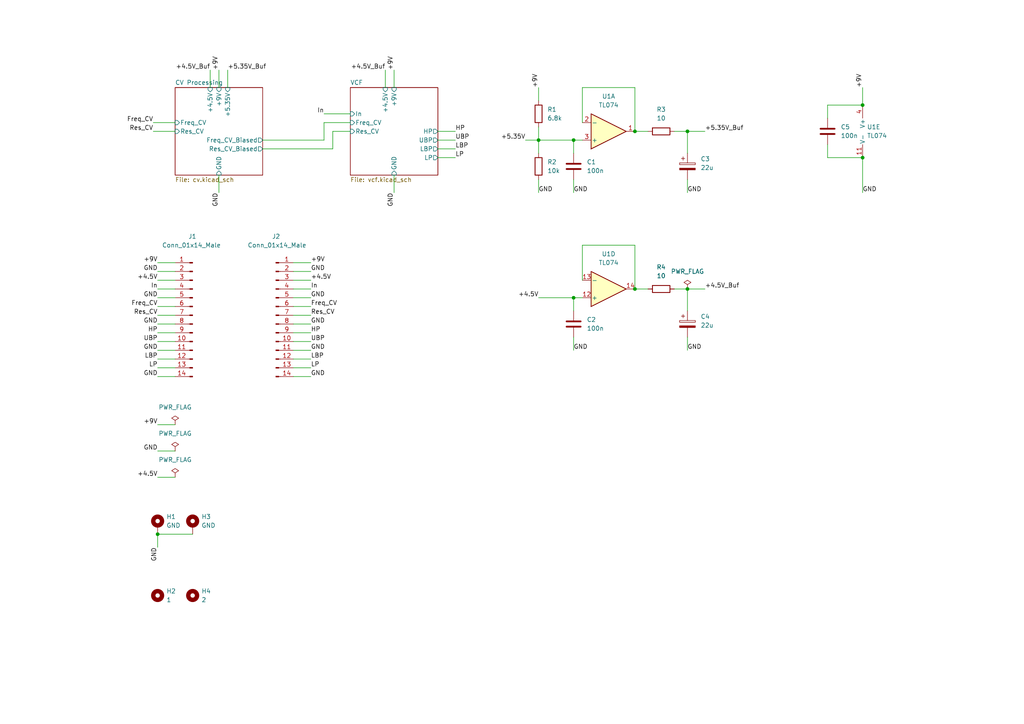
<source format=kicad_sch>
(kicad_sch (version 20211123) (generator eeschema)
  (paper "A4")
  (lib_symbols
    (symbol "Amplifier_Operational:TL074" (pin_names (offset 0.127))
      (property "Reference" "U" (at 0 5.08 0))
      (property "Value" "TL074" (at 0 -5.08 0))
      (symbol "TL074_1_1"
        (polyline (pts (xy -5.08 5.08) (xy 5.08 0) (xy -5.08 -5.08) (xy -5.08 5.08)) (stroke (width 0.254)) (fill (type background)))
        (pin output line (at 7.62 0 180) (length 2.54) (name "~") (number "1"))
        (pin input line (at -7.62 -2.54 0) (length 2.54) (name "-") (number "2"))
        (pin input line (at -7.62 2.54 0) (length 2.54) (name "+") (number "3"))
      )
      (symbol "TL074_2_1"
        (polyline (pts (xy -5.08 5.08) (xy 5.08 0) (xy -5.08 -5.08) (xy -5.08 5.08)) (stroke (width 0.254)) (fill (type background)))
        (pin input line (at -7.62 2.54 0) (length 2.54) (name "+") (number "5"))
        (pin input line (at -7.62 -2.54 0) (length 2.54) (name "-") (number "6"))
        (pin output line (at 7.62 0 180) (length 2.54) (name "~") (number "7"))
      )
      (symbol "TL074_3_1"
        (polyline (pts (xy -5.08 5.08) (xy 5.08 0) (xy -5.08 -5.08) (xy -5.08 5.08)) (stroke (width 0.254)) (fill (type background)))
        (pin input line (at -7.62 2.54 0) (length 2.54) (name "+") (number "10"))
        (pin output line (at 7.62 0 180) (length 2.54) (name "~") (number "8"))
        (pin input line (at -7.62 -2.54 0) (length 2.54) (name "-") (number "9"))
      )
      (symbol "TL074_4_1"
        (polyline (pts (xy -5.08 5.08) (xy 5.08 0) (xy -5.08 -5.08) (xy -5.08 5.08)) (stroke (width 0.254)) (fill (type background)))
        (pin input line (at -7.62 2.54 0) (length 2.54) (name "+") (number "12"))
        (pin input line (at -7.62 -2.54 0) (length 2.54) (name "-") (number "13"))
        (pin output line (at 7.62 0 180) (length 2.54) (name "~") (number "14"))
      )
      (symbol "TL074_5_1"
        (pin power_in line (at -2.54 -7.62 90) (length 3.81) (name "V-") (number "11"))
        (pin power_in line (at -2.54 7.62 270) (length 3.81) (name "V+") (number "4"))
      )
    )
    (symbol "Connector:Conn_01x14_Male" (pin_names (offset 1.016) hide)
      (property "Reference" "J" (at 0 17.78 0))
      (property "Value" "Conn_01x14_Male" (at 0 -20.32 0))
      (symbol "Conn_01x14_Male_1_1"
        (polyline (pts (xy 1.27 -17.78) (xy 0.8636 -17.78)) (stroke (width 0.1524)))
        (polyline (pts (xy 1.27 -15.24) (xy 0.8636 -15.24)) (stroke (width 0.1524)))
        (polyline (pts (xy 1.27 -12.7) (xy 0.8636 -12.7)) (stroke (width 0.1524)))
        (polyline (pts (xy 1.27 -10.16) (xy 0.8636 -10.16)) (stroke (width 0.1524)))
        (polyline (pts (xy 1.27 -7.62) (xy 0.8636 -7.62)) (stroke (width 0.1524)))
        (polyline (pts (xy 1.27 -5.08) (xy 0.8636 -5.08)) (stroke (width 0.1524)))
        (polyline (pts (xy 1.27 -2.54) (xy 0.8636 -2.54)) (stroke (width 0.1524)))
        (polyline (pts (xy 1.27 0) (xy 0.8636 0)) (stroke (width 0.1524)))
        (polyline (pts (xy 1.27 2.54) (xy 0.8636 2.54)) (stroke (width 0.1524)))
        (polyline (pts (xy 1.27 5.08) (xy 0.8636 5.08)) (stroke (width 0.1524)))
        (polyline (pts (xy 1.27 7.62) (xy 0.8636 7.62)) (stroke (width 0.1524)))
        (polyline (pts (xy 1.27 10.16) (xy 0.8636 10.16)) (stroke (width 0.1524)))
        (polyline (pts (xy 1.27 12.7) (xy 0.8636 12.7)) (stroke (width 0.1524)))
        (polyline (pts (xy 1.27 15.24) (xy 0.8636 15.24)) (stroke (width 0.1524)))
        (rectangle (start 0.8636 -17.653) (end 0 -17.907) (stroke (width 0.1524)) (fill (type outline)))
        (rectangle (start 0.8636 -15.113) (end 0 -15.367) (stroke (width 0.1524)) (fill (type outline)))
        (rectangle (start 0.8636 -12.573) (end 0 -12.827) (stroke (width 0.1524)) (fill (type outline)))
        (rectangle (start 0.8636 -10.033) (end 0 -10.287) (stroke (width 0.1524)) (fill (type outline)))
        (rectangle (start 0.8636 -7.493) (end 0 -7.747) (stroke (width 0.1524)) (fill (type outline)))
        (rectangle (start 0.8636 -4.953) (end 0 -5.207) (stroke (width 0.1524)) (fill (type outline)))
        (rectangle (start 0.8636 -2.413) (end 0 -2.667) (stroke (width 0.1524)) (fill (type outline)))
        (rectangle (start 0.8636 0.127) (end 0 -0.127) (stroke (width 0.1524)) (fill (type outline)))
        (rectangle (start 0.8636 2.667) (end 0 2.413) (stroke (width 0.1524)) (fill (type outline)))
        (rectangle (start 0.8636 5.207) (end 0 4.953) (stroke (width 0.1524)) (fill (type outline)))
        (rectangle (start 0.8636 7.747) (end 0 7.493) (stroke (width 0.1524)) (fill (type outline)))
        (rectangle (start 0.8636 10.287) (end 0 10.033) (stroke (width 0.1524)) (fill (type outline)))
        (rectangle (start 0.8636 12.827) (end 0 12.573) (stroke (width 0.1524)) (fill (type outline)))
        (rectangle (start 0.8636 15.367) (end 0 15.113) (stroke (width 0.1524)) (fill (type outline)))
        (pin passive line (at 5.08 15.24 180) (length 3.81) (name "Pin_1") (number "1"))
        (pin passive line (at 5.08 -7.62 180) (length 3.81) (name "Pin_10") (number "10"))
        (pin passive line (at 5.08 -10.16 180) (length 3.81) (name "Pin_11") (number "11"))
        (pin passive line (at 5.08 -12.7 180) (length 3.81) (name "Pin_12") (number "12"))
        (pin passive line (at 5.08 -15.24 180) (length 3.81) (name "Pin_13") (number "13"))
        (pin passive line (at 5.08 -17.78 180) (length 3.81) (name "Pin_14") (number "14"))
        (pin passive line (at 5.08 12.7 180) (length 3.81) (name "Pin_2") (number "2"))
        (pin passive line (at 5.08 10.16 180) (length 3.81) (name "Pin_3") (number "3"))
        (pin passive line (at 5.08 7.62 180) (length 3.81) (name "Pin_4") (number "4"))
        (pin passive line (at 5.08 5.08 180) (length 3.81) (name "Pin_5") (number "5"))
        (pin passive line (at 5.08 2.54 180) (length 3.81) (name "Pin_6") (number "6"))
        (pin passive line (at 5.08 0 180) (length 3.81) (name "Pin_7") (number "7"))
        (pin passive line (at 5.08 -2.54 180) (length 3.81) (name "Pin_8") (number "8"))
        (pin passive line (at 5.08 -5.08 180) (length 3.81) (name "Pin_9") (number "9"))
      )
    )
    (symbol "Device:C" (pin_numbers hide) (pin_names (offset 0.254))
      (property "Reference" "C" (at 0.635 2.54 0))
      (property "Value" "C" (at 0.635 -2.54 0))
      (symbol "C_0_1"
        (polyline (pts (xy -2.032 -0.762) (xy 2.032 -0.762)) (stroke (width 0.508)))
        (polyline (pts (xy -2.032 0.762) (xy 2.032 0.762)) (stroke (width 0.508)))
      )
      (symbol "C_1_1"
        (pin passive line (at 0 3.81 270) (length 2.794) (name "~") (number "1"))
        (pin passive line (at 0 -3.81 90) (length 2.794) (name "~") (number "2"))
      )
    )
    (symbol "Device:C_Polarized" (pin_numbers hide) (pin_names (offset 0.254))
      (property "Reference" "C" (at 0.635 2.54 0))
      (property "Value" "C_Polarized" (at 0.635 -2.54 0))
      (symbol "C_Polarized_0_1"
        (rectangle (start -2.286 0.508) (end 2.286 1.016))
        (polyline (pts (xy -1.778 2.286) (xy -0.762 2.286)))
        (polyline (pts (xy -1.27 2.794) (xy -1.27 1.778)))
        (rectangle (start 2.286 -0.508) (end -2.286 -1.016) (fill (type outline)))
      )
      (symbol "C_Polarized_1_1"
        (pin passive line (at 0 3.81 270) (length 2.794) (name "~") (number "1"))
        (pin passive line (at 0 -3.81 90) (length 2.794) (name "~") (number "2"))
      )
    )
    (symbol "Device:R" (pin_numbers hide) (pin_names (offset 0))
      (property "Reference" "R" (at 2.032 0 90))
      (property "Value" "R" (at 0 0 90))
      (symbol "R_0_1"
        (rectangle (start -1.016 -2.54) (end 1.016 2.54) (stroke (width 0.254)))
      )
      (symbol "R_1_1"
        (pin passive line (at 0 3.81 270) (length 1.27) (name "~") (number "1"))
        (pin passive line (at 0 -3.81 90) (length 1.27) (name "~") (number "2"))
      )
    )
    (symbol "Mechanical:MountingHole" (pin_names (offset 1.016))
      (property "Reference" "H" (at 0 5.08 0))
      (property "Value" "MountingHole" (at 0 3.175 0))
      (symbol "MountingHole_0_1"
        (circle (center 0 0) (radius 1.27) (stroke (width 1.27)))
      )
    )
    (symbol "Mechanical:MountingHole_Pad" (pin_numbers hide) (pin_names (offset 1.016) hide)
      (property "Reference" "H" (at 0 6.35 0))
      (property "Value" "MountingHole_Pad" (at 0 4.445 0))
      (symbol "MountingHole_Pad_0_1"
        (circle (center 0 1.27) (radius 1.27) (stroke (width 1.27)))
      )
      (symbol "MountingHole_Pad_1_1"
        (pin input line (at 0 -2.54 90) (length 2.54) (name "1") (number "1"))
      )
    )
    (symbol "power:PWR_FLAG" (power) (pin_numbers hide) (pin_names (offset 0) hide)
      (property "Value" "PWR_FLAG" (at 0 3.81 0))
      (symbol "PWR_FLAG_0_0"
        (pin power_out line (at 0 0 90) (length 0) (name "pwr") (number "1"))
      )
      (symbol "PWR_FLAG_0_1"
        (polyline (pts (xy 0 0) (xy 0 1.27) (xy -1.016 1.905) (xy 0 2.54) (xy 1.016 1.905) (xy 0 1.27)))
      )
    )
  )
  (junction (at 199.39 38.1))
  (junction (at 184.15 38.1))
  (junction (at 184.15 83.82))
  (junction (at 166.37 40.64))
  (junction (at 250.19 45.72))
  (junction (at 199.39 83.82))
  (junction (at 156.21 40.64))
  (junction (at 166.37 86.36))
  (junction (at 250.19 30.48))
  (junction (at 45.72 154.94))
  (wire (pts (xy 45.72 154.94) (xy 55.88 154.94)))
  (wire (pts (xy 127 45.72) (xy 132.08 45.72)))
  (wire (pts (xy 45.72 154.94) (xy 45.72 158.75)))
  (wire (pts (xy 156.21 40.64) (xy 156.21 44.45)))
  (wire (pts (xy 93.98 33.02) (xy 101.6 33.02)))
  (wire (pts (xy 76.2 40.64) (xy 93.98 40.64)))
  (wire (pts (xy 168.91 35.56) (xy 168.91 25.4)))
  (wire (pts (xy 199.39 52.07) (xy 199.39 55.88)))
  (wire (pts (xy 90.17 76.2) (xy 85.09 76.2)))
  (wire (pts (xy 45.72 91.44) (xy 50.8 91.44)))
  (wire (pts (xy 166.37 40.64) (xy 168.91 40.64)))
  (wire (pts (xy 156.21 40.64) (xy 166.37 40.64)))
  (wire (pts (xy 90.17 104.14) (xy 85.09 104.14)))
  (wire (pts (xy 63.5 20.32) (xy 63.5 25.4)))
  (wire (pts (xy 45.72 138.43) (xy 50.8 138.43)))
  (wire (pts (xy 45.72 130.81) (xy 50.8 130.81)))
  (wire (pts (xy 45.72 81.28) (xy 50.8 81.28)))
  (wire (pts (xy 45.72 106.68) (xy 50.8 106.68)))
  (wire (pts (xy 184.15 25.4) (xy 184.15 38.1)))
  (wire (pts (xy 166.37 52.07) (xy 166.37 55.88)))
  (wire (pts (xy 96.52 43.18) (xy 96.52 38.1)))
  (wire (pts (xy 45.72 96.52) (xy 50.8 96.52)))
  (wire (pts (xy 199.39 83.82) (xy 199.39 90.17)))
  (wire (pts (xy 45.72 104.14) (xy 50.8 104.14)))
  (wire (pts (xy 90.17 101.6) (xy 85.09 101.6)))
  (wire (pts (xy 156.21 25.4) (xy 156.21 29.21)))
  (wire (pts (xy 44.45 35.56) (xy 50.8 35.56)))
  (wire (pts (xy 199.39 38.1) (xy 204.47 38.1)))
  (wire (pts (xy 184.15 38.1) (xy 187.96 38.1)))
  (wire (pts (xy 195.58 38.1) (xy 199.39 38.1)))
  (wire (pts (xy 45.72 88.9) (xy 50.8 88.9)))
  (wire (pts (xy 127 40.64) (xy 132.08 40.64)))
  (wire (pts (xy 240.03 45.72) (xy 250.19 45.72)))
  (wire (pts (xy 90.17 96.52) (xy 85.09 96.52)))
  (wire (pts (xy 90.17 88.9) (xy 85.09 88.9)))
  (wire (pts (xy 90.17 91.44) (xy 85.09 91.44)))
  (wire (pts (xy 45.72 76.2) (xy 50.8 76.2)))
  (wire (pts (xy 127 38.1) (xy 132.08 38.1)))
  (wire (pts (xy 240.03 30.48) (xy 240.03 34.29)))
  (wire (pts (xy 127 43.18) (xy 132.08 43.18)))
  (wire (pts (xy 168.91 25.4) (xy 184.15 25.4)))
  (wire (pts (xy 156.21 36.83) (xy 156.21 40.64)))
  (wire (pts (xy 45.72 78.74) (xy 50.8 78.74)))
  (wire (pts (xy 90.17 78.74) (xy 85.09 78.74)))
  (wire (pts (xy 90.17 109.22) (xy 85.09 109.22)))
  (wire (pts (xy 45.72 83.82) (xy 50.8 83.82)))
  (wire (pts (xy 184.15 83.82) (xy 187.96 83.82)))
  (wire (pts (xy 45.72 99.06) (xy 50.8 99.06)))
  (wire (pts (xy 166.37 40.64) (xy 166.37 44.45)))
  (wire (pts (xy 93.98 35.56) (xy 101.6 35.56)))
  (wire (pts (xy 96.52 38.1) (xy 101.6 38.1)))
  (wire (pts (xy 45.72 93.98) (xy 50.8 93.98)))
  (wire (pts (xy 114.3 20.32) (xy 114.3 25.4)))
  (wire (pts (xy 156.21 52.07) (xy 156.21 55.88)))
  (wire (pts (xy 45.72 109.22) (xy 50.8 109.22)))
  (wire (pts (xy 184.15 71.12) (xy 184.15 83.82)))
  (wire (pts (xy 60.96 20.32) (xy 60.96 25.4)))
  (wire (pts (xy 168.91 71.12) (xy 184.15 71.12)))
  (wire (pts (xy 166.37 86.36) (xy 166.37 90.17)))
  (wire (pts (xy 44.45 38.1) (xy 50.8 38.1)))
  (wire (pts (xy 90.17 81.28) (xy 85.09 81.28)))
  (wire (pts (xy 93.98 40.64) (xy 93.98 35.56)))
  (wire (pts (xy 250.19 30.48) (xy 240.03 30.48)))
  (wire (pts (xy 90.17 106.68) (xy 85.09 106.68)))
  (wire (pts (xy 45.72 101.6) (xy 50.8 101.6)))
  (wire (pts (xy 199.39 38.1) (xy 199.39 44.45)))
  (wire (pts (xy 199.39 83.82) (xy 204.47 83.82)))
  (wire (pts (xy 66.04 20.32) (xy 66.04 25.4)))
  (wire (pts (xy 240.03 41.91) (xy 240.03 45.72)))
  (wire (pts (xy 250.19 45.72) (xy 250.19 55.88)))
  (wire (pts (xy 45.72 86.36) (xy 50.8 86.36)))
  (wire (pts (xy 166.37 97.79) (xy 166.37 101.6)))
  (wire (pts (xy 156.21 86.36) (xy 166.37 86.36)))
  (wire (pts (xy 166.37 86.36) (xy 168.91 86.36)))
  (wire (pts (xy 195.58 83.82) (xy 199.39 83.82)))
  (wire (pts (xy 199.39 97.79) (xy 199.39 101.6)))
  (wire (pts (xy 76.2 43.18) (xy 96.52 43.18)))
  (wire (pts (xy 111.76 20.32) (xy 111.76 25.4)))
  (wire (pts (xy 90.17 83.82) (xy 85.09 83.82)))
  (wire (pts (xy 90.17 99.06) (xy 85.09 99.06)))
  (wire (pts (xy 168.91 81.28) (xy 168.91 71.12)))
  (wire (pts (xy 152.4 40.64) (xy 156.21 40.64)))
  (wire (pts (xy 90.17 86.36) (xy 85.09 86.36)))
  (wire (pts (xy 45.72 123.19) (xy 50.8 123.19)))
  (wire (pts (xy 63.5 50.8) (xy 63.5 55.88)))
  (wire (pts (xy 114.3 50.8) (xy 114.3 55.88)))
  (wire (pts (xy 90.17 93.98) (xy 85.09 93.98)))
  (wire (pts (xy 250.19 25.4) (xy 250.19 30.48)))
  (label "In" (at 45.72 83.82 180))
  (label "GND" (at 114.3 55.88 270))
  (label "+9V" (at 45.72 76.2 180))
  (label "GND" (at 166.37 101.6 0))
  (label "LP" (at 45.72 106.68 180))
  (label "LBP" (at 90.17 104.14 0))
  (label "+9V" (at 250.19 25.4 90))
  (label "GND" (at 45.72 86.36 180))
  (label "+9V" (at 45.72 123.19 180))
  (label "HP" (at 45.72 96.52 180))
  (label "GND" (at 63.5 55.88 270))
  (label "+4.5V_Buf" (at 60.96 20.32 180))
  (label "GND" (at 45.72 93.98 180))
  (label "GND" (at 90.17 86.36 0))
  (label "+5.35V_Buf" (at 66.04 20.32 0))
  (label "UBP" (at 132.08 40.64 0))
  (label "LBP" (at 45.72 104.14 180))
  (label "Freq_CV" (at 45.72 88.9 180))
  (label "GND" (at 199.39 55.88 0))
  (label "GND" (at 45.72 101.6 180))
  (label "GND" (at 45.72 130.81 180))
  (label "GND" (at 90.17 109.22 0))
  (label "HP" (at 132.08 38.1 0))
  (label "HP" (at 90.17 96.52 0))
  (label "+4.5V_Buf" (at 204.47 83.82 0))
  (label "GND" (at 166.37 55.88 0))
  (label "+5.35V" (at 152.4 40.64 180))
  (label "LBP" (at 132.08 43.18 0))
  (label "+9V" (at 90.17 76.2 0))
  (label "+9V" (at 63.5 20.32 90))
  (label "In" (at 93.98 33.02 180))
  (label "+4.5V" (at 45.72 138.43 180))
  (label "GND" (at 250.19 55.88 0))
  (label "+5.35V_Buf" (at 204.47 38.1 0))
  (label "Freq_CV" (at 44.45 35.56 180))
  (label "LP" (at 132.08 45.72 0))
  (label "Res_CV" (at 90.17 91.44 0))
  (label "Res_CV" (at 45.72 91.44 180))
  (label "Res_CV" (at 44.45 38.1 180))
  (label "GND" (at 45.72 78.74 180))
  (label "GND" (at 45.72 158.75 270))
  (label "GND" (at 90.17 78.74 0))
  (label "+4.5V" (at 156.21 86.36 180))
  (label "GND" (at 156.21 55.88 0))
  (label "+9V" (at 156.21 25.4 90))
  (label "GND" (at 45.72 109.22 180))
  (label "UBP" (at 90.17 99.06 0))
  (label "+4.5V" (at 90.17 81.28 0))
  (label "GND" (at 199.39 101.6 0))
  (label "GND" (at 90.17 101.6 0))
  (label "Freq_CV" (at 90.17 88.9 0))
  (label "+9V" (at 114.3 20.32 90))
  (label "+4.5V" (at 45.72 81.28 180))
  (label "LP" (at 90.17 106.68 0))
  (label "+4.5V_Buf" (at 111.76 20.32 180))
  (label "GND" (at 90.17 93.98 0))
  (label "UBP" (at 45.72 99.06 180))
  (label "In" (at 90.17 83.82 0))
  (symbol (lib_id "Device:R") (at 191.77 38.1 90) (unit 1)
    (property "Reference" "R3" (at 191.77 31.75 90))
    (property "Value" "10" (at 191.77 34.29 90))
    (property "Footprint" "Resistor_SMD:R_0603_1608Metric_Pad0.98x0.95mm_HandSolder" (effects hide))
    (property "LCSC" "C22859" (effects hide))
  )
  (symbol (lib_id "Device:C") (at 166.37 93.98 180) (unit 1)
    (property "Reference" "C2" (at 170.18 92.7099 0) (effects (justify right)))
    (property "Value" "100n" (at 170.18 95.2499 0) (effects (justify right)))
    (property "Footprint" "Capacitor_SMD:C_0603_1608Metric_Pad1.08x0.95mm_HandSolder" (effects hide))
    (property "LCSC" "C76711" (effects hide))
  )
  (symbol (lib_id "power:PWR_FLAG") (at 50.8 138.43 0) (unit 1)
    (property "Reference" "#FLG03" (effects hide))
    (property "Value" "PWR_FLAG" (at 50.8 133.35 0))
  )
  (symbol (lib_id "Amplifier_Operational:TL074") (at 176.53 83.82 0) (mirror x) (unit 4)
    (property "Reference" "U1" (at 176.53 73.66 0))
    (property "Value" "TL074" (at 176.53 76.2 0))
    (property "Footprint" "Package_SO:SOIC-14_3.9x8.7mm_P1.27mm" (effects hide))
    (property "Datasheet" "http://www.ti.com/lit/ds/symlink/tl071.pdf" (effects hide))
    (property "LCSC" "C6963" (effects hide))
  )
  (symbol (lib_id "power:PWR_FLAG") (at 50.8 123.19 0) (unit 1)
    (property "Reference" "#FLG01" (effects hide))
    (property "Value" "PWR_FLAG" (at 50.8 118.11 0))
  )
  (symbol (lib_id "Mechanical:MountingHole") (at 45.72 172.72 0) (unit 1)
    (property "Reference" "H2" (at 48.26 171.4499 0) (effects (justify left)))
    (property "Value" "1" (at 48.26 173.9899 0) (effects (justify left)))
    (property "Footprint" "MountingHole:MountingHole_3.2mm_M3" (effects hide))
  )
  (symbol (lib_id "Connector:Conn_01x14_Male") (at 55.88 91.44 0) (mirror y) (unit 1)
    (property "Reference" "J1" (at 54.61 68.58 0) (effects (justify right)))
    (property "Value" "Conn_01x14_Male" (at 46.99 71.12 0) (effects (justify right)))
    (property "Footprint" "Connector_PinHeader_2.54mm:PinHeader_1x14_P2.54mm_Vertical" (effects hide))
  )
  (symbol (lib_id "Device:C") (at 240.03 38.1 0) (unit 1)
    (property "Reference" "C5" (at 243.84 36.8299 0) (effects (justify left)))
    (property "Value" "100n" (at 243.84 39.3699 0) (effects (justify left)))
    (property "Footprint" "Capacitor_SMD:C_0603_1608Metric_Pad1.08x0.95mm_HandSolder" (effects hide))
    (property "LCSC" "C76711" (effects hide))
  )
  (symbol (lib_id "Device:C_Polarized") (at 199.39 48.26 0) (unit 1)
    (property "Reference" "C3" (at 203.2 46.1009 0) (effects (justify left)))
    (property "Value" "22u" (at 203.2 48.6409 0) (effects (justify left)))
    (property "Footprint" "Capacitor_Tantalum_SMD:CP_EIA-3216-18_Kemet-A_Pad1.58x1.35mm_HandSolder" (effects hide))
    (property "LCSC" "C129272" (effects hide))
  )
  (symbol (lib_id "Device:C_Polarized") (at 199.39 93.98 0) (unit 1)
    (property "Reference" "C4" (at 203.2 91.8209 0) (effects (justify left)))
    (property "Value" "22u" (at 203.2 94.3609 0) (effects (justify left)))
    (property "Footprint" "Capacitor_Tantalum_SMD:CP_EIA-3216-18_Kemet-A_Pad1.58x1.35mm_HandSolder" (effects hide))
    (property "LCSC" "C129272" (effects hide))
  )
  (symbol (lib_id "Amplifier_Operational:TL074") (at 252.73 38.1 0) (unit 5)
    (property "Reference" "U1" (at 251.46 36.8299 0) (effects (justify left)))
    (property "Value" "TL074" (at 251.46 39.3699 0) (effects (justify left)))
    (property "Footprint" "Package_SO:SOIC-14_3.9x8.7mm_P1.27mm" (effects hide))
    (property "Datasheet" "http://www.ti.com/lit/ds/symlink/tl071.pdf" (effects hide))
    (property "LCSC" "C6963" (effects hide))
  )
  (symbol (lib_id "power:PWR_FLAG") (at 50.8 130.81 0) (unit 1)
    (property "Reference" "#FLG02" (effects hide))
    (property "Value" "PWR_FLAG" (at 50.8 125.73 0))
  )
  (symbol (lib_id "power:PWR_FLAG") (at 199.39 83.82 0) (unit 1)
    (property "Reference" "#FLG0101" (effects hide))
    (property "Value" "PWR_FLAG" (at 199.39 78.74 0))
  )
  (symbol (lib_id "Device:R") (at 191.77 83.82 90) (unit 1)
    (property "Reference" "R4" (at 191.77 77.47 90))
    (property "Value" "10" (at 191.77 80.01 90))
    (property "Footprint" "Resistor_SMD:R_0603_1608Metric_Pad0.98x0.95mm_HandSolder" (effects hide))
    (property "LCSC" "C22859" (effects hide))
  )
  (symbol (lib_id "Device:C") (at 166.37 48.26 180) (unit 1)
    (property "Reference" "C1" (at 170.18 46.9899 0) (effects (justify right)))
    (property "Value" "100n" (at 170.18 49.5299 0) (effects (justify right)))
    (property "Footprint" "Capacitor_SMD:C_0603_1608Metric_Pad1.08x0.95mm_HandSolder" (effects hide))
    (property "LCSC" "C76711" (effects hide))
  )
  (symbol (lib_id "Device:R") (at 156.21 48.26 180) (unit 1)
    (property "Reference" "R2" (at 158.75 46.9899 0) (effects (justify right)))
    (property "Value" "10k" (at 158.75 49.5299 0) (effects (justify right)))
    (property "Footprint" "Resistor_SMD:R_0603_1608Metric_Pad0.98x0.95mm_HandSolder" (effects hide))
    (property "LCSC" "C25804" (effects hide))
  )
  (symbol (lib_id "Amplifier_Operational:TL074") (at 176.53 38.1 0) (mirror x) (unit 1)
    (property "Reference" "U1" (at 176.53 27.94 0))
    (property "Value" "TL074" (at 176.53 30.48 0))
    (property "Footprint" "Package_SO:SOIC-14_3.9x8.7mm_P1.27mm" (effects hide))
    (property "Datasheet" "http://www.ti.com/lit/ds/symlink/tl071.pdf" (effects hide))
    (property "LCSC" "C6963" (effects hide))
  )
  (symbol (lib_id "Device:R") (at 156.21 33.02 180) (unit 1)
    (property "Reference" "R1" (at 158.75 31.7499 0) (effects (justify right)))
    (property "Value" "6.8k" (at 158.75 34.2899 0) (effects (justify right)))
    (property "Footprint" "Resistor_SMD:R_0603_1608Metric_Pad0.98x0.95mm_HandSolder" (effects hide))
    (property "LCSC" "C23212" (effects hide))
  )
  (symbol (lib_id "Mechanical:MountingHole_Pad") (at 45.72 152.4 0) (unit 1)
    (property "Reference" "H1" (at 48.26 149.8599 0) (effects (justify left)))
    (property "Value" "GND" (at 48.26 152.3999 0) (effects (justify left)))
    (property "Footprint" "MountingHole:MountingHole_3.2mm_M3_ISO14580_Pad" (effects hide))
  )
  (symbol (lib_id "Connector:Conn_01x14_Male") (at 80.01 91.44 0) (unit 1)
    (property "Reference" "J2" (at 81.28 68.58 0) (effects (justify right)))
    (property "Value" "Conn_01x14_Male" (at 88.9 71.12 0) (effects (justify right)))
    (property "Footprint" "Connector_PinHeader_2.54mm:PinHeader_1x14_P2.54mm_Vertical" (effects hide))
  )
  (symbol (lib_id "Mechanical:MountingHole") (at 55.88 172.72 0) (unit 1)
    (property "Reference" "H4" (at 58.42 171.4499 0) (effects (justify left)))
    (property "Value" "2" (at 58.42 173.9899 0) (effects (justify left)))
    (property "Footprint" "MountingHole:MountingHole_3.2mm_M3" (effects hide))
  )
  (symbol (lib_id "Mechanical:MountingHole_Pad") (at 55.88 152.4 0) (unit 1)
    (property "Reference" "H3" (at 58.42 149.8599 0) (effects (justify left)))
    (property "Value" "GND" (at 58.42 152.3999 0) (effects (justify left)))
    (property "Footprint" "MountingHole:MountingHole_3.2mm_M3_ISO14580_Pad" (effects hide))
  )
  (sheet (at 101.6 25.4) (size 25.4 25.4) (stroke (width 0.1524))
    (property "Sheet name" "VCF" (at 101.6 24.6884 0) (effects (justify left bottom)))
    (property "Sheet file" "vcf.kicad_sch" (at 101.6 51.3846 0) (effects (justify left top)))
    (pin "LP" output (at 127 45.72 0))
    (pin "+4.5V" input (at 111.76 25.4 90))
    (pin "HP" output (at 127 38.1 0))
    (pin "Freq_CV" input (at 101.6 35.56 180))
    (pin "In" input (at 101.6 33.02 180))
    (pin "UBP" output (at 127 40.64 0))
    (pin "Res_CV" input (at 101.6 38.1 180))
    (pin "LBP" output (at 127 43.18 0))
    (pin "+9V" input (at 114.3 25.4 90))
    (pin "GND" input (at 114.3 50.8 270))
  )
  (sheet (at 50.8 25.4) (size 25.4 25.4) (stroke (width 0.1524))
    (property "Sheet name" "CV Processing" (at 50.8 24.6884 0) (effects (justify left bottom)))
    (property "Sheet file" "cv.kicad_sch" (at 50.8 51.3846 0) (effects (justify left top)))
    (pin "Res_CV_Biased" output (at 76.2 43.18 0))
    (pin "+4.5V" input (at 60.96 25.4 90))
    (pin "+5.35V" input (at 66.04 25.4 90))
    (pin "Freq_CV" input (at 50.8 35.56 180))
    (pin "Res_CV" input (at 50.8 38.1 180))
    (pin "Freq_CV_Biased" output (at 76.2 40.64 0))
    (pin "GND" input (at 63.5 50.8 270))
    (pin "+9V" input (at 63.5 25.4 90))
  )
)
</source>
